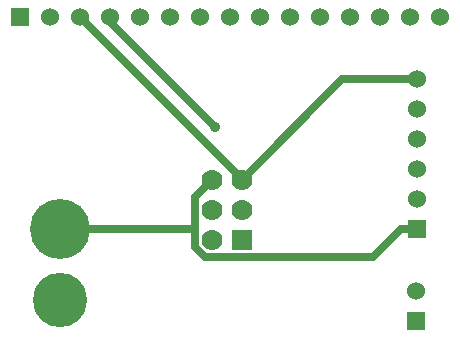
<source format=gtl>
G04 (created by PCBNEW (2013-mar-13)-testing) date Tue 12 Nov 2013 05:10:08 PM PST*
%MOIN*%
G04 Gerber Fmt 3.4, Leading zero omitted, Abs format*
%FSLAX34Y34*%
G01*
G70*
G90*
G04 APERTURE LIST*
%ADD10C,0.005906*%
%ADD11C,0.200000*%
%ADD12C,0.181100*%
%ADD13R,0.070000X0.070000*%
%ADD14C,0.070000*%
%ADD15R,0.060000X0.060000*%
%ADD16C,0.060000*%
%ADD17C,0.035000*%
%ADD18C,0.025000*%
G04 APERTURE END LIST*
G54D10*
G54D11*
X21890Y-29985D03*
G54D12*
X21890Y-32347D03*
G54D13*
X27965Y-30350D03*
G54D14*
X26965Y-30350D03*
X27965Y-29350D03*
X26965Y-29350D03*
X27965Y-28350D03*
X26965Y-28350D03*
G54D15*
X20559Y-22913D03*
G54D16*
X21559Y-22913D03*
X22559Y-22913D03*
X23559Y-22913D03*
X24559Y-22913D03*
X25559Y-22913D03*
X26559Y-22913D03*
X27559Y-22913D03*
X28559Y-22913D03*
X29559Y-22913D03*
X30559Y-22913D03*
X31559Y-22913D03*
X32559Y-22913D03*
X33559Y-22913D03*
X34559Y-22913D03*
G54D15*
X33770Y-33060D03*
G54D16*
X33770Y-32060D03*
G54D15*
X33810Y-30010D03*
G54D16*
X33810Y-29010D03*
X33810Y-28010D03*
X33810Y-27010D03*
X33810Y-26010D03*
X33810Y-25010D03*
G54D17*
X27047Y-26592D03*
G54D18*
X23559Y-23103D02*
X27047Y-26592D01*
X23559Y-22913D02*
X23559Y-23103D01*
X31305Y-25010D02*
X27965Y-28350D01*
X33810Y-25010D02*
X31305Y-25010D01*
X27965Y-28319D02*
X27965Y-28350D01*
X22559Y-22913D02*
X27965Y-28319D01*
X33810Y-30010D02*
X33260Y-30010D01*
X26381Y-29985D02*
X21890Y-29985D01*
X26381Y-30584D02*
X26381Y-29985D01*
X26741Y-30944D02*
X26381Y-30584D01*
X32325Y-30944D02*
X26741Y-30944D01*
X33260Y-30010D02*
X32325Y-30944D01*
X26381Y-28933D02*
X26965Y-28350D01*
X26381Y-29985D02*
X26381Y-28933D01*
M02*

</source>
